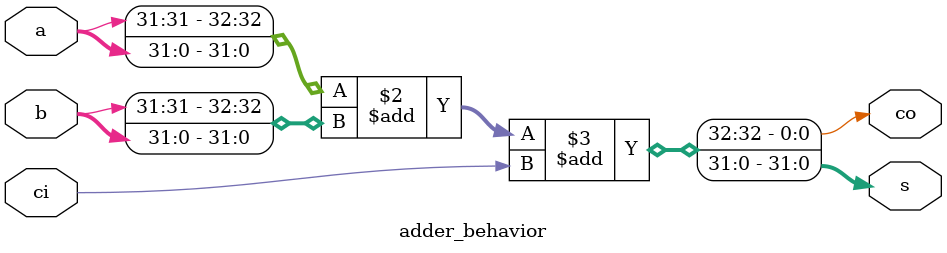
<source format=v>
module adder_behavior#(
	parameter width = 32
	)(
	output reg [width-1:0] s, 
	output reg co,
	input signed [width-1:0]a, b, 
	input ci
	);

	always @(*)begin
		{co, s} = {a[width-1], a} + {b[width-1], b} + ci;
	end
	
endmodule
</source>
